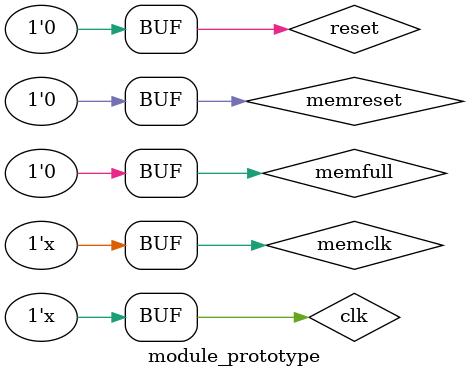
<source format=v>
module module_prototype;

// inputs
    reg clk;
    reg reset;
    reg memclk;
    reg memreset;
    reg memfull;
    
// template output
    wire [201:0] dout;
    wire dout_valid;
    


//sigen wires
    wire sig_tvalid;
    wire [255:0]    sig_tdata;
    wire [127:0]    sig_tuser;
    wire [31:0]     sig_tstrb;
    wire            sig_tlast;
    wire [4:0]      oq;

//axi2fifo_asyn_v2 wire
    wire a2a_tready;
    
sigen #(
.PACKET_LEN(50)
) 
sigen (
    .clk(clk),
    .reset(reset),
    .tvalid(sig_tvalid),
    .tready(a2a_tready),
    .tdata(sig_tdata),
    .tstrb(sig_tstrb),
    .tuser(sig_tuser),
    .tlast(sig_tlast)
);



Axi2Fifo_asyn_v2 a2f(
    .clk(clk), 
    .reset(reset), 
    .memclk(memclk), 
    .memreset(memreset), 
    .tvalid(sig_tvalid), 
    .tready(a2a_tready), 
    .tdata(sig_tdata), 
    .tstrb(sig_tstrb), 
    .tuser(sig_tuser), 
    .tlast(sig_tlast), 
    .dout(dout), 
    .dout_valid(dout_valid), 
    .output_enable(output_enable),
    .oq(oq),
    .memfull(memfull)

);


initial begin
    // Initialize Inputs
    clk = 0;
    reset = 1;
    memclk = 0;
    memreset = 1;
    memfull = 0;

    // Wait 100 ns for global reset to finish
    #20;
    
    // Add stimulus here
    reset = 0;
    memreset = 0;


end

always #3.125   begin
    clk = ~clk;         // 160MHz
end

always #2 begin
    memclk = ~memclk;   // 250MHz
end


//template test inputs for current module

reg output_enable, nxt_output_enable;

always @ (posedge memclk) begin
    if (reset) begin
        output_enable <= 1'b0;
    end
    else begin
        output_enable <=nxt_output_enable;
    end
end


always @ * begin
nxt_output_enable = output_enable;
    if (dout_valid) begin
        nxt_output_enable = 1'b1;
    end
end
//template test for current module

endmodule

</source>
